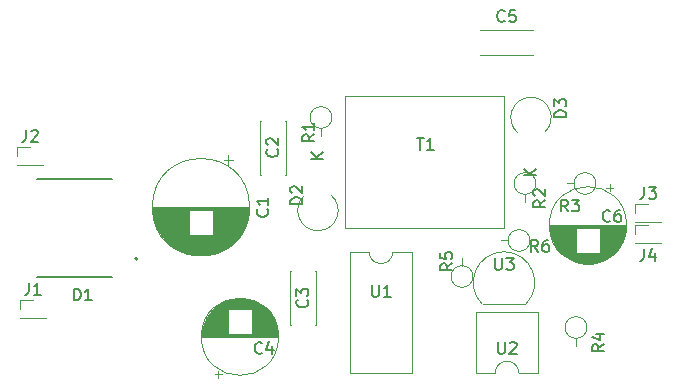
<source format=gbr>
%TF.GenerationSoftware,KiCad,Pcbnew,(5.1.8)-1*%
%TF.CreationDate,2024-02-23T19:10:09+03:00*%
%TF.ProjectId,Power Supply EE10-A1 DK106,506f7765-7220-4537-9570-706c79204545,rev?*%
%TF.SameCoordinates,Original*%
%TF.FileFunction,Legend,Top*%
%TF.FilePolarity,Positive*%
%FSLAX46Y46*%
G04 Gerber Fmt 4.6, Leading zero omitted, Abs format (unit mm)*
G04 Created by KiCad (PCBNEW (5.1.8)-1) date 2024-02-23 19:10:09*
%MOMM*%
%LPD*%
G01*
G04 APERTURE LIST*
%ADD10C,0.120000*%
%ADD11C,0.127000*%
%ADD12C,0.200000*%
%ADD13C,0.150000*%
G04 APERTURE END LIST*
D10*
%TO.C,C5*%
X70302000Y-12485000D02*
X70302000Y-12500000D01*
X70302000Y-10360000D02*
X70302000Y-10375000D01*
X65762000Y-12485000D02*
X65762000Y-12500000D01*
X65762000Y-10360000D02*
X65762000Y-10375000D01*
X65762000Y-12500000D02*
X70302000Y-12500000D01*
X65762000Y-10360000D02*
X70302000Y-10360000D01*
%TO.C,R1*%
X53244000Y-17780000D02*
G75*
G03*
X53244000Y-17780000I-920000J0D01*
G01*
X52324000Y-18700000D02*
X52324000Y-19320000D01*
%TO.C,R2*%
X70516000Y-23368000D02*
G75*
G03*
X70516000Y-23368000I-920000J0D01*
G01*
X69596000Y-24288000D02*
X69596000Y-24908000D01*
%TO.C,R4*%
X74834000Y-35560000D02*
G75*
G03*
X74834000Y-35560000I-920000J0D01*
G01*
X73914000Y-36480000D02*
X73914000Y-37100000D01*
%TO.C,J4*%
X78900000Y-28446000D02*
X81120000Y-28446000D01*
X78900000Y-28446000D02*
X78900000Y-28381000D01*
X81120000Y-28446000D02*
X81120000Y-28381000D01*
X78900000Y-28446000D02*
X79446529Y-28446000D01*
X80573471Y-28446000D02*
X81120000Y-28446000D01*
X78900000Y-27686000D02*
X78900000Y-26926000D01*
X78900000Y-26926000D02*
X80010000Y-26926000D01*
%TO.C,J3*%
X78900000Y-26668000D02*
X81120000Y-26668000D01*
X78900000Y-26668000D02*
X78900000Y-26603000D01*
X81120000Y-26668000D02*
X81120000Y-26603000D01*
X78900000Y-26668000D02*
X79446529Y-26668000D01*
X80573471Y-26668000D02*
X81120000Y-26668000D01*
X78900000Y-25908000D02*
X78900000Y-25148000D01*
X78900000Y-25148000D02*
X80010000Y-25148000D01*
%TO.C,J2*%
X26576000Y-21842000D02*
X28796000Y-21842000D01*
X26576000Y-21842000D02*
X26576000Y-21777000D01*
X28796000Y-21842000D02*
X28796000Y-21777000D01*
X26576000Y-21842000D02*
X27122529Y-21842000D01*
X28249471Y-21842000D02*
X28796000Y-21842000D01*
X26576000Y-21082000D02*
X26576000Y-20322000D01*
X26576000Y-20322000D02*
X27686000Y-20322000D01*
%TO.C,J1*%
X26830000Y-34796000D02*
X29050000Y-34796000D01*
X26830000Y-34796000D02*
X26830000Y-34731000D01*
X29050000Y-34796000D02*
X29050000Y-34731000D01*
X26830000Y-34796000D02*
X27376529Y-34796000D01*
X28503471Y-34796000D02*
X29050000Y-34796000D01*
X26830000Y-34036000D02*
X26830000Y-33276000D01*
X26830000Y-33276000D02*
X27940000Y-33276000D01*
%TO.C,D2*%
X50902634Y-24402449D02*
G75*
G03*
X53170000Y-24342847I1167366J-1251551D01*
G01*
%TO.C,C2*%
X47190000Y-22630000D02*
X47190000Y-18090000D01*
X49330000Y-22630000D02*
X49330000Y-18090000D01*
X47190000Y-22630000D02*
X47205000Y-22630000D01*
X49315000Y-22630000D02*
X49330000Y-22630000D01*
X47190000Y-18090000D02*
X47205000Y-18090000D01*
X49315000Y-18090000D02*
X49330000Y-18090000D01*
%TO.C,C3*%
X49730000Y-35330000D02*
X49730000Y-30790000D01*
X51870000Y-35330000D02*
X51870000Y-30790000D01*
X49730000Y-35330000D02*
X49745000Y-35330000D01*
X51855000Y-35330000D02*
X51870000Y-35330000D01*
X49730000Y-30790000D02*
X49745000Y-30790000D01*
X51855000Y-30790000D02*
X51870000Y-30790000D01*
%TO.C,R3*%
X75596000Y-23368000D02*
G75*
G03*
X75596000Y-23368000I-920000J0D01*
G01*
X73756000Y-23368000D02*
X73136000Y-23368000D01*
%TO.C,U3*%
X66018000Y-33600000D02*
X69618000Y-33600000D01*
X69656478Y-33588478D02*
G75*
G03*
X67818000Y-29150000I-1838478J1838478D01*
G01*
X65979522Y-33588478D02*
G75*
G02*
X67818000Y-29150000I1838478J1838478D01*
G01*
%TO.C,R6*%
X68168000Y-28194000D02*
X67548000Y-28194000D01*
X70008000Y-28194000D02*
G75*
G03*
X70008000Y-28194000I-920000J0D01*
G01*
%TO.C,R5*%
X64262000Y-30322000D02*
X64262000Y-29702000D01*
X65182000Y-31242000D02*
G75*
G03*
X65182000Y-31242000I-920000J0D01*
G01*
%TO.C,D3*%
X71271366Y-19031551D02*
G75*
G03*
X69004000Y-19091153I-1167366J1251551D01*
G01*
%TO.C,C4*%
X48736000Y-36342000D02*
G75*
G03*
X48736000Y-36342000I-3270000J0D01*
G01*
X42236000Y-36342000D02*
X48696000Y-36342000D01*
X42236000Y-36302000D02*
X48696000Y-36302000D01*
X42236000Y-36262000D02*
X48696000Y-36262000D01*
X42238000Y-36222000D02*
X48694000Y-36222000D01*
X42239000Y-36182000D02*
X48693000Y-36182000D01*
X42242000Y-36142000D02*
X48690000Y-36142000D01*
X42244000Y-36102000D02*
X44426000Y-36102000D01*
X46506000Y-36102000D02*
X48688000Y-36102000D01*
X42248000Y-36062000D02*
X44426000Y-36062000D01*
X46506000Y-36062000D02*
X48684000Y-36062000D01*
X42251000Y-36022000D02*
X44426000Y-36022000D01*
X46506000Y-36022000D02*
X48681000Y-36022000D01*
X42255000Y-35982000D02*
X44426000Y-35982000D01*
X46506000Y-35982000D02*
X48677000Y-35982000D01*
X42260000Y-35942000D02*
X44426000Y-35942000D01*
X46506000Y-35942000D02*
X48672000Y-35942000D01*
X42265000Y-35902000D02*
X44426000Y-35902000D01*
X46506000Y-35902000D02*
X48667000Y-35902000D01*
X42271000Y-35862000D02*
X44426000Y-35862000D01*
X46506000Y-35862000D02*
X48661000Y-35862000D01*
X42277000Y-35822000D02*
X44426000Y-35822000D01*
X46506000Y-35822000D02*
X48655000Y-35822000D01*
X42284000Y-35782000D02*
X44426000Y-35782000D01*
X46506000Y-35782000D02*
X48648000Y-35782000D01*
X42291000Y-35742000D02*
X44426000Y-35742000D01*
X46506000Y-35742000D02*
X48641000Y-35742000D01*
X42299000Y-35702000D02*
X44426000Y-35702000D01*
X46506000Y-35702000D02*
X48633000Y-35702000D01*
X42307000Y-35662000D02*
X44426000Y-35662000D01*
X46506000Y-35662000D02*
X48625000Y-35662000D01*
X42316000Y-35621000D02*
X44426000Y-35621000D01*
X46506000Y-35621000D02*
X48616000Y-35621000D01*
X42325000Y-35581000D02*
X44426000Y-35581000D01*
X46506000Y-35581000D02*
X48607000Y-35581000D01*
X42335000Y-35541000D02*
X44426000Y-35541000D01*
X46506000Y-35541000D02*
X48597000Y-35541000D01*
X42345000Y-35501000D02*
X44426000Y-35501000D01*
X46506000Y-35501000D02*
X48587000Y-35501000D01*
X42356000Y-35461000D02*
X44426000Y-35461000D01*
X46506000Y-35461000D02*
X48576000Y-35461000D01*
X42368000Y-35421000D02*
X44426000Y-35421000D01*
X46506000Y-35421000D02*
X48564000Y-35421000D01*
X42380000Y-35381000D02*
X44426000Y-35381000D01*
X46506000Y-35381000D02*
X48552000Y-35381000D01*
X42392000Y-35341000D02*
X44426000Y-35341000D01*
X46506000Y-35341000D02*
X48540000Y-35341000D01*
X42405000Y-35301000D02*
X44426000Y-35301000D01*
X46506000Y-35301000D02*
X48527000Y-35301000D01*
X42419000Y-35261000D02*
X44426000Y-35261000D01*
X46506000Y-35261000D02*
X48513000Y-35261000D01*
X42433000Y-35221000D02*
X44426000Y-35221000D01*
X46506000Y-35221000D02*
X48499000Y-35221000D01*
X42448000Y-35181000D02*
X44426000Y-35181000D01*
X46506000Y-35181000D02*
X48484000Y-35181000D01*
X42464000Y-35141000D02*
X44426000Y-35141000D01*
X46506000Y-35141000D02*
X48468000Y-35141000D01*
X42480000Y-35101000D02*
X44426000Y-35101000D01*
X46506000Y-35101000D02*
X48452000Y-35101000D01*
X42496000Y-35061000D02*
X44426000Y-35061000D01*
X46506000Y-35061000D02*
X48436000Y-35061000D01*
X42514000Y-35021000D02*
X44426000Y-35021000D01*
X46506000Y-35021000D02*
X48418000Y-35021000D01*
X42532000Y-34981000D02*
X44426000Y-34981000D01*
X46506000Y-34981000D02*
X48400000Y-34981000D01*
X42550000Y-34941000D02*
X44426000Y-34941000D01*
X46506000Y-34941000D02*
X48382000Y-34941000D01*
X42570000Y-34901000D02*
X44426000Y-34901000D01*
X46506000Y-34901000D02*
X48362000Y-34901000D01*
X42590000Y-34861000D02*
X44426000Y-34861000D01*
X46506000Y-34861000D02*
X48342000Y-34861000D01*
X42610000Y-34821000D02*
X44426000Y-34821000D01*
X46506000Y-34821000D02*
X48322000Y-34821000D01*
X42632000Y-34781000D02*
X44426000Y-34781000D01*
X46506000Y-34781000D02*
X48300000Y-34781000D01*
X42654000Y-34741000D02*
X44426000Y-34741000D01*
X46506000Y-34741000D02*
X48278000Y-34741000D01*
X42676000Y-34701000D02*
X44426000Y-34701000D01*
X46506000Y-34701000D02*
X48256000Y-34701000D01*
X42700000Y-34661000D02*
X44426000Y-34661000D01*
X46506000Y-34661000D02*
X48232000Y-34661000D01*
X42724000Y-34621000D02*
X44426000Y-34621000D01*
X46506000Y-34621000D02*
X48208000Y-34621000D01*
X42750000Y-34581000D02*
X44426000Y-34581000D01*
X46506000Y-34581000D02*
X48182000Y-34581000D01*
X42776000Y-34541000D02*
X44426000Y-34541000D01*
X46506000Y-34541000D02*
X48156000Y-34541000D01*
X42802000Y-34501000D02*
X44426000Y-34501000D01*
X46506000Y-34501000D02*
X48130000Y-34501000D01*
X42830000Y-34461000D02*
X44426000Y-34461000D01*
X46506000Y-34461000D02*
X48102000Y-34461000D01*
X42859000Y-34421000D02*
X44426000Y-34421000D01*
X46506000Y-34421000D02*
X48073000Y-34421000D01*
X42888000Y-34381000D02*
X44426000Y-34381000D01*
X46506000Y-34381000D02*
X48044000Y-34381000D01*
X42918000Y-34341000D02*
X44426000Y-34341000D01*
X46506000Y-34341000D02*
X48014000Y-34341000D01*
X42950000Y-34301000D02*
X44426000Y-34301000D01*
X46506000Y-34301000D02*
X47982000Y-34301000D01*
X42982000Y-34261000D02*
X44426000Y-34261000D01*
X46506000Y-34261000D02*
X47950000Y-34261000D01*
X43016000Y-34221000D02*
X44426000Y-34221000D01*
X46506000Y-34221000D02*
X47916000Y-34221000D01*
X43050000Y-34181000D02*
X44426000Y-34181000D01*
X46506000Y-34181000D02*
X47882000Y-34181000D01*
X43086000Y-34141000D02*
X44426000Y-34141000D01*
X46506000Y-34141000D02*
X47846000Y-34141000D01*
X43123000Y-34101000D02*
X44426000Y-34101000D01*
X46506000Y-34101000D02*
X47809000Y-34101000D01*
X43161000Y-34061000D02*
X44426000Y-34061000D01*
X46506000Y-34061000D02*
X47771000Y-34061000D01*
X43201000Y-34021000D02*
X47731000Y-34021000D01*
X43242000Y-33981000D02*
X47690000Y-33981000D01*
X43284000Y-33941000D02*
X47648000Y-33941000D01*
X43329000Y-33901000D02*
X47603000Y-33901000D01*
X43374000Y-33861000D02*
X47558000Y-33861000D01*
X43422000Y-33821000D02*
X47510000Y-33821000D01*
X43471000Y-33781000D02*
X47461000Y-33781000D01*
X43522000Y-33741000D02*
X47410000Y-33741000D01*
X43576000Y-33701000D02*
X47356000Y-33701000D01*
X43632000Y-33661000D02*
X47300000Y-33661000D01*
X43690000Y-33621000D02*
X47242000Y-33621000D01*
X43752000Y-33581000D02*
X47180000Y-33581000D01*
X43816000Y-33541000D02*
X47116000Y-33541000D01*
X43885000Y-33501000D02*
X47047000Y-33501000D01*
X43957000Y-33461000D02*
X46975000Y-33461000D01*
X44034000Y-33421000D02*
X46898000Y-33421000D01*
X44116000Y-33381000D02*
X46816000Y-33381000D01*
X44204000Y-33341000D02*
X46728000Y-33341000D01*
X44301000Y-33301000D02*
X46631000Y-33301000D01*
X44407000Y-33261000D02*
X46525000Y-33261000D01*
X44526000Y-33221000D02*
X46406000Y-33221000D01*
X44664000Y-33181000D02*
X46268000Y-33181000D01*
X44833000Y-33141000D02*
X46099000Y-33141000D01*
X45064000Y-33101000D02*
X45868000Y-33101000D01*
X43627000Y-39842241D02*
X43627000Y-39212241D01*
X43312000Y-39527241D02*
X43942000Y-39527241D01*
%TO.C,C6*%
X78200000Y-26904000D02*
G75*
G03*
X78200000Y-26904000I-3270000J0D01*
G01*
X78160000Y-26904000D02*
X71700000Y-26904000D01*
X78160000Y-26944000D02*
X71700000Y-26944000D01*
X78160000Y-26984000D02*
X71700000Y-26984000D01*
X78158000Y-27024000D02*
X71702000Y-27024000D01*
X78157000Y-27064000D02*
X71703000Y-27064000D01*
X78154000Y-27104000D02*
X71706000Y-27104000D01*
X78152000Y-27144000D02*
X75970000Y-27144000D01*
X73890000Y-27144000D02*
X71708000Y-27144000D01*
X78148000Y-27184000D02*
X75970000Y-27184000D01*
X73890000Y-27184000D02*
X71712000Y-27184000D01*
X78145000Y-27224000D02*
X75970000Y-27224000D01*
X73890000Y-27224000D02*
X71715000Y-27224000D01*
X78141000Y-27264000D02*
X75970000Y-27264000D01*
X73890000Y-27264000D02*
X71719000Y-27264000D01*
X78136000Y-27304000D02*
X75970000Y-27304000D01*
X73890000Y-27304000D02*
X71724000Y-27304000D01*
X78131000Y-27344000D02*
X75970000Y-27344000D01*
X73890000Y-27344000D02*
X71729000Y-27344000D01*
X78125000Y-27384000D02*
X75970000Y-27384000D01*
X73890000Y-27384000D02*
X71735000Y-27384000D01*
X78119000Y-27424000D02*
X75970000Y-27424000D01*
X73890000Y-27424000D02*
X71741000Y-27424000D01*
X78112000Y-27464000D02*
X75970000Y-27464000D01*
X73890000Y-27464000D02*
X71748000Y-27464000D01*
X78105000Y-27504000D02*
X75970000Y-27504000D01*
X73890000Y-27504000D02*
X71755000Y-27504000D01*
X78097000Y-27544000D02*
X75970000Y-27544000D01*
X73890000Y-27544000D02*
X71763000Y-27544000D01*
X78089000Y-27584000D02*
X75970000Y-27584000D01*
X73890000Y-27584000D02*
X71771000Y-27584000D01*
X78080000Y-27625000D02*
X75970000Y-27625000D01*
X73890000Y-27625000D02*
X71780000Y-27625000D01*
X78071000Y-27665000D02*
X75970000Y-27665000D01*
X73890000Y-27665000D02*
X71789000Y-27665000D01*
X78061000Y-27705000D02*
X75970000Y-27705000D01*
X73890000Y-27705000D02*
X71799000Y-27705000D01*
X78051000Y-27745000D02*
X75970000Y-27745000D01*
X73890000Y-27745000D02*
X71809000Y-27745000D01*
X78040000Y-27785000D02*
X75970000Y-27785000D01*
X73890000Y-27785000D02*
X71820000Y-27785000D01*
X78028000Y-27825000D02*
X75970000Y-27825000D01*
X73890000Y-27825000D02*
X71832000Y-27825000D01*
X78016000Y-27865000D02*
X75970000Y-27865000D01*
X73890000Y-27865000D02*
X71844000Y-27865000D01*
X78004000Y-27905000D02*
X75970000Y-27905000D01*
X73890000Y-27905000D02*
X71856000Y-27905000D01*
X77991000Y-27945000D02*
X75970000Y-27945000D01*
X73890000Y-27945000D02*
X71869000Y-27945000D01*
X77977000Y-27985000D02*
X75970000Y-27985000D01*
X73890000Y-27985000D02*
X71883000Y-27985000D01*
X77963000Y-28025000D02*
X75970000Y-28025000D01*
X73890000Y-28025000D02*
X71897000Y-28025000D01*
X77948000Y-28065000D02*
X75970000Y-28065000D01*
X73890000Y-28065000D02*
X71912000Y-28065000D01*
X77932000Y-28105000D02*
X75970000Y-28105000D01*
X73890000Y-28105000D02*
X71928000Y-28105000D01*
X77916000Y-28145000D02*
X75970000Y-28145000D01*
X73890000Y-28145000D02*
X71944000Y-28145000D01*
X77900000Y-28185000D02*
X75970000Y-28185000D01*
X73890000Y-28185000D02*
X71960000Y-28185000D01*
X77882000Y-28225000D02*
X75970000Y-28225000D01*
X73890000Y-28225000D02*
X71978000Y-28225000D01*
X77864000Y-28265000D02*
X75970000Y-28265000D01*
X73890000Y-28265000D02*
X71996000Y-28265000D01*
X77846000Y-28305000D02*
X75970000Y-28305000D01*
X73890000Y-28305000D02*
X72014000Y-28305000D01*
X77826000Y-28345000D02*
X75970000Y-28345000D01*
X73890000Y-28345000D02*
X72034000Y-28345000D01*
X77806000Y-28385000D02*
X75970000Y-28385000D01*
X73890000Y-28385000D02*
X72054000Y-28385000D01*
X77786000Y-28425000D02*
X75970000Y-28425000D01*
X73890000Y-28425000D02*
X72074000Y-28425000D01*
X77764000Y-28465000D02*
X75970000Y-28465000D01*
X73890000Y-28465000D02*
X72096000Y-28465000D01*
X77742000Y-28505000D02*
X75970000Y-28505000D01*
X73890000Y-28505000D02*
X72118000Y-28505000D01*
X77720000Y-28545000D02*
X75970000Y-28545000D01*
X73890000Y-28545000D02*
X72140000Y-28545000D01*
X77696000Y-28585000D02*
X75970000Y-28585000D01*
X73890000Y-28585000D02*
X72164000Y-28585000D01*
X77672000Y-28625000D02*
X75970000Y-28625000D01*
X73890000Y-28625000D02*
X72188000Y-28625000D01*
X77646000Y-28665000D02*
X75970000Y-28665000D01*
X73890000Y-28665000D02*
X72214000Y-28665000D01*
X77620000Y-28705000D02*
X75970000Y-28705000D01*
X73890000Y-28705000D02*
X72240000Y-28705000D01*
X77594000Y-28745000D02*
X75970000Y-28745000D01*
X73890000Y-28745000D02*
X72266000Y-28745000D01*
X77566000Y-28785000D02*
X75970000Y-28785000D01*
X73890000Y-28785000D02*
X72294000Y-28785000D01*
X77537000Y-28825000D02*
X75970000Y-28825000D01*
X73890000Y-28825000D02*
X72323000Y-28825000D01*
X77508000Y-28865000D02*
X75970000Y-28865000D01*
X73890000Y-28865000D02*
X72352000Y-28865000D01*
X77478000Y-28905000D02*
X75970000Y-28905000D01*
X73890000Y-28905000D02*
X72382000Y-28905000D01*
X77446000Y-28945000D02*
X75970000Y-28945000D01*
X73890000Y-28945000D02*
X72414000Y-28945000D01*
X77414000Y-28985000D02*
X75970000Y-28985000D01*
X73890000Y-28985000D02*
X72446000Y-28985000D01*
X77380000Y-29025000D02*
X75970000Y-29025000D01*
X73890000Y-29025000D02*
X72480000Y-29025000D01*
X77346000Y-29065000D02*
X75970000Y-29065000D01*
X73890000Y-29065000D02*
X72514000Y-29065000D01*
X77310000Y-29105000D02*
X75970000Y-29105000D01*
X73890000Y-29105000D02*
X72550000Y-29105000D01*
X77273000Y-29145000D02*
X75970000Y-29145000D01*
X73890000Y-29145000D02*
X72587000Y-29145000D01*
X77235000Y-29185000D02*
X75970000Y-29185000D01*
X73890000Y-29185000D02*
X72625000Y-29185000D01*
X77195000Y-29225000D02*
X72665000Y-29225000D01*
X77154000Y-29265000D02*
X72706000Y-29265000D01*
X77112000Y-29305000D02*
X72748000Y-29305000D01*
X77067000Y-29345000D02*
X72793000Y-29345000D01*
X77022000Y-29385000D02*
X72838000Y-29385000D01*
X76974000Y-29425000D02*
X72886000Y-29425000D01*
X76925000Y-29465000D02*
X72935000Y-29465000D01*
X76874000Y-29505000D02*
X72986000Y-29505000D01*
X76820000Y-29545000D02*
X73040000Y-29545000D01*
X76764000Y-29585000D02*
X73096000Y-29585000D01*
X76706000Y-29625000D02*
X73154000Y-29625000D01*
X76644000Y-29665000D02*
X73216000Y-29665000D01*
X76580000Y-29705000D02*
X73280000Y-29705000D01*
X76511000Y-29745000D02*
X73349000Y-29745000D01*
X76439000Y-29785000D02*
X73421000Y-29785000D01*
X76362000Y-29825000D02*
X73498000Y-29825000D01*
X76280000Y-29865000D02*
X73580000Y-29865000D01*
X76192000Y-29905000D02*
X73668000Y-29905000D01*
X76095000Y-29945000D02*
X73765000Y-29945000D01*
X75989000Y-29985000D02*
X73871000Y-29985000D01*
X75870000Y-30025000D02*
X73990000Y-30025000D01*
X75732000Y-30065000D02*
X74128000Y-30065000D01*
X75563000Y-30105000D02*
X74297000Y-30105000D01*
X75332000Y-30145000D02*
X74528000Y-30145000D01*
X76769000Y-23403759D02*
X76769000Y-24033759D01*
X77084000Y-23718759D02*
X76454000Y-23718759D01*
%TO.C,C1*%
X44879000Y-21370302D02*
X44079000Y-21370302D01*
X44479000Y-20970302D02*
X44479000Y-21770302D01*
X42697000Y-29461000D02*
X41631000Y-29461000D01*
X42932000Y-29421000D02*
X41396000Y-29421000D01*
X43112000Y-29381000D02*
X41216000Y-29381000D01*
X43262000Y-29341000D02*
X41066000Y-29341000D01*
X43393000Y-29301000D02*
X40935000Y-29301000D01*
X43510000Y-29261000D02*
X40818000Y-29261000D01*
X43617000Y-29221000D02*
X40711000Y-29221000D01*
X43716000Y-29181000D02*
X40612000Y-29181000D01*
X43809000Y-29141000D02*
X40519000Y-29141000D01*
X43895000Y-29101000D02*
X40433000Y-29101000D01*
X43977000Y-29061000D02*
X40351000Y-29061000D01*
X44054000Y-29021000D02*
X40274000Y-29021000D01*
X44128000Y-28981000D02*
X40200000Y-28981000D01*
X44198000Y-28941000D02*
X40130000Y-28941000D01*
X44266000Y-28901000D02*
X40062000Y-28901000D01*
X44330000Y-28861000D02*
X39998000Y-28861000D01*
X44392000Y-28821000D02*
X39936000Y-28821000D01*
X44451000Y-28781000D02*
X39877000Y-28781000D01*
X44509000Y-28741000D02*
X39819000Y-28741000D01*
X44564000Y-28701000D02*
X39764000Y-28701000D01*
X44618000Y-28661000D02*
X39710000Y-28661000D01*
X44669000Y-28621000D02*
X39659000Y-28621000D01*
X44720000Y-28581000D02*
X39608000Y-28581000D01*
X44768000Y-28541000D02*
X39560000Y-28541000D01*
X44815000Y-28501000D02*
X39513000Y-28501000D01*
X44861000Y-28461000D02*
X39467000Y-28461000D01*
X44905000Y-28421000D02*
X39423000Y-28421000D01*
X44948000Y-28381000D02*
X39380000Y-28381000D01*
X44990000Y-28341000D02*
X39338000Y-28341000D01*
X45031000Y-28301000D02*
X39297000Y-28301000D01*
X45071000Y-28261000D02*
X39257000Y-28261000D01*
X45109000Y-28221000D02*
X39219000Y-28221000D01*
X45147000Y-28181000D02*
X39181000Y-28181000D01*
X45183000Y-28141000D02*
X39145000Y-28141000D01*
X45219000Y-28101000D02*
X39109000Y-28101000D01*
X45254000Y-28061000D02*
X39074000Y-28061000D01*
X45288000Y-28021000D02*
X39040000Y-28021000D01*
X45320000Y-27981000D02*
X39008000Y-27981000D01*
X45353000Y-27941000D02*
X38975000Y-27941000D01*
X45384000Y-27901000D02*
X38944000Y-27901000D01*
X45414000Y-27861000D02*
X38914000Y-27861000D01*
X45444000Y-27821000D02*
X38884000Y-27821000D01*
X45473000Y-27781000D02*
X38855000Y-27781000D01*
X45502000Y-27741000D02*
X38826000Y-27741000D01*
X45529000Y-27701000D02*
X38799000Y-27701000D01*
X41124000Y-27661000D02*
X38772000Y-27661000D01*
X45556000Y-27661000D02*
X43204000Y-27661000D01*
X41124000Y-27621000D02*
X38746000Y-27621000D01*
X45582000Y-27621000D02*
X43204000Y-27621000D01*
X41124000Y-27581000D02*
X38720000Y-27581000D01*
X45608000Y-27581000D02*
X43204000Y-27581000D01*
X41124000Y-27541000D02*
X38695000Y-27541000D01*
X45633000Y-27541000D02*
X43204000Y-27541000D01*
X41124000Y-27501000D02*
X38671000Y-27501000D01*
X45657000Y-27501000D02*
X43204000Y-27501000D01*
X41124000Y-27461000D02*
X38647000Y-27461000D01*
X45681000Y-27461000D02*
X43204000Y-27461000D01*
X41124000Y-27421000D02*
X38624000Y-27421000D01*
X45704000Y-27421000D02*
X43204000Y-27421000D01*
X41124000Y-27381000D02*
X38602000Y-27381000D01*
X45726000Y-27381000D02*
X43204000Y-27381000D01*
X41124000Y-27341000D02*
X38580000Y-27341000D01*
X45748000Y-27341000D02*
X43204000Y-27341000D01*
X41124000Y-27301000D02*
X38558000Y-27301000D01*
X45770000Y-27301000D02*
X43204000Y-27301000D01*
X41124000Y-27261000D02*
X38537000Y-27261000D01*
X45791000Y-27261000D02*
X43204000Y-27261000D01*
X41124000Y-27221000D02*
X38517000Y-27221000D01*
X45811000Y-27221000D02*
X43204000Y-27221000D01*
X41124000Y-27181000D02*
X38498000Y-27181000D01*
X45830000Y-27181000D02*
X43204000Y-27181000D01*
X41124000Y-27141000D02*
X38478000Y-27141000D01*
X45850000Y-27141000D02*
X43204000Y-27141000D01*
X41124000Y-27101000D02*
X38460000Y-27101000D01*
X45868000Y-27101000D02*
X43204000Y-27101000D01*
X41124000Y-27061000D02*
X38442000Y-27061000D01*
X45886000Y-27061000D02*
X43204000Y-27061000D01*
X41124000Y-27021000D02*
X38424000Y-27021000D01*
X45904000Y-27021000D02*
X43204000Y-27021000D01*
X41124000Y-26981000D02*
X38407000Y-26981000D01*
X45921000Y-26981000D02*
X43204000Y-26981000D01*
X41124000Y-26941000D02*
X38390000Y-26941000D01*
X45938000Y-26941000D02*
X43204000Y-26941000D01*
X41124000Y-26901000D02*
X38374000Y-26901000D01*
X45954000Y-26901000D02*
X43204000Y-26901000D01*
X41124000Y-26861000D02*
X38359000Y-26861000D01*
X45969000Y-26861000D02*
X43204000Y-26861000D01*
X41124000Y-26821000D02*
X38343000Y-26821000D01*
X45985000Y-26821000D02*
X43204000Y-26821000D01*
X41124000Y-26781000D02*
X38329000Y-26781000D01*
X45999000Y-26781000D02*
X43204000Y-26781000D01*
X41124000Y-26741000D02*
X38314000Y-26741000D01*
X46014000Y-26741000D02*
X43204000Y-26741000D01*
X41124000Y-26701000D02*
X38301000Y-26701000D01*
X46027000Y-26701000D02*
X43204000Y-26701000D01*
X41124000Y-26661000D02*
X38287000Y-26661000D01*
X46041000Y-26661000D02*
X43204000Y-26661000D01*
X41124000Y-26621000D02*
X38275000Y-26621000D01*
X46053000Y-26621000D02*
X43204000Y-26621000D01*
X41124000Y-26581000D02*
X38262000Y-26581000D01*
X46066000Y-26581000D02*
X43204000Y-26581000D01*
X41124000Y-26541000D02*
X38250000Y-26541000D01*
X46078000Y-26541000D02*
X43204000Y-26541000D01*
X41124000Y-26501000D02*
X38239000Y-26501000D01*
X46089000Y-26501000D02*
X43204000Y-26501000D01*
X41124000Y-26461000D02*
X38228000Y-26461000D01*
X46100000Y-26461000D02*
X43204000Y-26461000D01*
X41124000Y-26421000D02*
X38217000Y-26421000D01*
X46111000Y-26421000D02*
X43204000Y-26421000D01*
X41124000Y-26381000D02*
X38207000Y-26381000D01*
X46121000Y-26381000D02*
X43204000Y-26381000D01*
X41124000Y-26341000D02*
X38197000Y-26341000D01*
X46131000Y-26341000D02*
X43204000Y-26341000D01*
X41124000Y-26301000D02*
X38188000Y-26301000D01*
X46140000Y-26301000D02*
X43204000Y-26301000D01*
X41124000Y-26261000D02*
X38179000Y-26261000D01*
X46149000Y-26261000D02*
X43204000Y-26261000D01*
X41124000Y-26221000D02*
X38170000Y-26221000D01*
X46158000Y-26221000D02*
X43204000Y-26221000D01*
X41124000Y-26181000D02*
X38162000Y-26181000D01*
X46166000Y-26181000D02*
X43204000Y-26181000D01*
X41124000Y-26141000D02*
X38154000Y-26141000D01*
X46174000Y-26141000D02*
X43204000Y-26141000D01*
X41124000Y-26101000D02*
X38147000Y-26101000D01*
X46181000Y-26101000D02*
X43204000Y-26101000D01*
X41124000Y-26060000D02*
X38140000Y-26060000D01*
X46188000Y-26060000D02*
X43204000Y-26060000D01*
X41124000Y-26020000D02*
X38134000Y-26020000D01*
X46194000Y-26020000D02*
X43204000Y-26020000D01*
X41124000Y-25980000D02*
X38127000Y-25980000D01*
X46201000Y-25980000D02*
X43204000Y-25980000D01*
X41124000Y-25940000D02*
X38122000Y-25940000D01*
X46206000Y-25940000D02*
X43204000Y-25940000D01*
X41124000Y-25900000D02*
X38116000Y-25900000D01*
X46212000Y-25900000D02*
X43204000Y-25900000D01*
X41124000Y-25860000D02*
X38112000Y-25860000D01*
X46216000Y-25860000D02*
X43204000Y-25860000D01*
X41124000Y-25820000D02*
X38107000Y-25820000D01*
X46221000Y-25820000D02*
X43204000Y-25820000D01*
X41124000Y-25780000D02*
X38103000Y-25780000D01*
X46225000Y-25780000D02*
X43204000Y-25780000D01*
X41124000Y-25740000D02*
X38099000Y-25740000D01*
X46229000Y-25740000D02*
X43204000Y-25740000D01*
X41124000Y-25700000D02*
X38096000Y-25700000D01*
X46232000Y-25700000D02*
X43204000Y-25700000D01*
X41124000Y-25660000D02*
X38093000Y-25660000D01*
X46235000Y-25660000D02*
X43204000Y-25660000D01*
X41124000Y-25620000D02*
X38090000Y-25620000D01*
X46238000Y-25620000D02*
X43204000Y-25620000D01*
X46240000Y-25580000D02*
X38088000Y-25580000D01*
X46241000Y-25540000D02*
X38087000Y-25540000D01*
X46243000Y-25500000D02*
X38085000Y-25500000D01*
X46244000Y-25460000D02*
X38084000Y-25460000D01*
X46244000Y-25420000D02*
X38084000Y-25420000D01*
X46244000Y-25380000D02*
X38084000Y-25380000D01*
X46284000Y-25380000D02*
G75*
G03*
X46284000Y-25380000I-4120000J0D01*
G01*
%TO.C,T1*%
X54356000Y-16002000D02*
X54356000Y-27178000D01*
X54356000Y-16002000D02*
X67818000Y-16002000D01*
X67818000Y-16002000D02*
X67818000Y-27178000D01*
X67818000Y-27178000D02*
X54356000Y-27178000D01*
D11*
%TO.C,D1*%
X34671000Y-23028000D02*
X28321000Y-23028000D01*
X34671000Y-31328000D02*
X28321000Y-31328000D01*
D12*
X36791000Y-29728000D02*
G75*
G03*
X36791000Y-29728000I-100000J0D01*
G01*
D10*
%TO.C,U2*%
X69072000Y-39430000D02*
X70722000Y-39430000D01*
X70722000Y-39430000D02*
X70722000Y-34230000D01*
X70722000Y-34230000D02*
X65422000Y-34230000D01*
X65422000Y-34230000D02*
X65422000Y-39430000D01*
X65422000Y-39430000D02*
X67072000Y-39430000D01*
X67072000Y-39430000D02*
G75*
G02*
X69072000Y-39430000I1000000J0D01*
G01*
%TO.C,U1*%
X56404000Y-29150000D02*
X54754000Y-29150000D01*
X54754000Y-29150000D02*
X54754000Y-39430000D01*
X54754000Y-39430000D02*
X60054000Y-39430000D01*
X60054000Y-39430000D02*
X60054000Y-29150000D01*
X60054000Y-29150000D02*
X58404000Y-29150000D01*
X58404000Y-29150000D02*
G75*
G02*
X56404000Y-29150000I-1000000J0D01*
G01*
%TO.C,C5*%
D13*
X67865333Y-9587142D02*
X67817714Y-9634761D01*
X67674857Y-9682380D01*
X67579619Y-9682380D01*
X67436761Y-9634761D01*
X67341523Y-9539523D01*
X67293904Y-9444285D01*
X67246285Y-9253809D01*
X67246285Y-9110952D01*
X67293904Y-8920476D01*
X67341523Y-8825238D01*
X67436761Y-8730000D01*
X67579619Y-8682380D01*
X67674857Y-8682380D01*
X67817714Y-8730000D01*
X67865333Y-8777619D01*
X68770095Y-8682380D02*
X68293904Y-8682380D01*
X68246285Y-9158571D01*
X68293904Y-9110952D01*
X68389142Y-9063333D01*
X68627238Y-9063333D01*
X68722476Y-9110952D01*
X68770095Y-9158571D01*
X68817714Y-9253809D01*
X68817714Y-9491904D01*
X68770095Y-9587142D01*
X68722476Y-9634761D01*
X68627238Y-9682380D01*
X68389142Y-9682380D01*
X68293904Y-9634761D01*
X68246285Y-9587142D01*
%TO.C,R1*%
X51760380Y-19216666D02*
X51284190Y-19550000D01*
X51760380Y-19788095D02*
X50760380Y-19788095D01*
X50760380Y-19407142D01*
X50808000Y-19311904D01*
X50855619Y-19264285D01*
X50950857Y-19216666D01*
X51093714Y-19216666D01*
X51188952Y-19264285D01*
X51236571Y-19311904D01*
X51284190Y-19407142D01*
X51284190Y-19788095D01*
X51760380Y-18264285D02*
X51760380Y-18835714D01*
X51760380Y-18550000D02*
X50760380Y-18550000D01*
X50903238Y-18645238D01*
X50998476Y-18740476D01*
X51046095Y-18835714D01*
%TO.C,R2*%
X71318380Y-24804666D02*
X70842190Y-25138000D01*
X71318380Y-25376095D02*
X70318380Y-25376095D01*
X70318380Y-24995142D01*
X70366000Y-24899904D01*
X70413619Y-24852285D01*
X70508857Y-24804666D01*
X70651714Y-24804666D01*
X70746952Y-24852285D01*
X70794571Y-24899904D01*
X70842190Y-24995142D01*
X70842190Y-25376095D01*
X70413619Y-24423714D02*
X70366000Y-24376095D01*
X70318380Y-24280857D01*
X70318380Y-24042761D01*
X70366000Y-23947523D01*
X70413619Y-23899904D01*
X70508857Y-23852285D01*
X70604095Y-23852285D01*
X70746952Y-23899904D01*
X71318380Y-24471333D01*
X71318380Y-23852285D01*
%TO.C,R4*%
X76286380Y-36996666D02*
X75810190Y-37330000D01*
X76286380Y-37568095D02*
X75286380Y-37568095D01*
X75286380Y-37187142D01*
X75334000Y-37091904D01*
X75381619Y-37044285D01*
X75476857Y-36996666D01*
X75619714Y-36996666D01*
X75714952Y-37044285D01*
X75762571Y-37091904D01*
X75810190Y-37187142D01*
X75810190Y-37568095D01*
X75619714Y-36139523D02*
X76286380Y-36139523D01*
X75238761Y-36377619D02*
X75953047Y-36615714D01*
X75953047Y-35996666D01*
%TO.C,J4*%
X79676666Y-28916380D02*
X79676666Y-29630666D01*
X79629047Y-29773523D01*
X79533809Y-29868761D01*
X79390952Y-29916380D01*
X79295714Y-29916380D01*
X80581428Y-29249714D02*
X80581428Y-29916380D01*
X80343333Y-28868761D02*
X80105238Y-29583047D01*
X80724285Y-29583047D01*
%TO.C,J3*%
X79676666Y-23665380D02*
X79676666Y-24379666D01*
X79629047Y-24522523D01*
X79533809Y-24617761D01*
X79390952Y-24665380D01*
X79295714Y-24665380D01*
X80057619Y-23665380D02*
X80676666Y-23665380D01*
X80343333Y-24046333D01*
X80486190Y-24046333D01*
X80581428Y-24093952D01*
X80629047Y-24141571D01*
X80676666Y-24236809D01*
X80676666Y-24474904D01*
X80629047Y-24570142D01*
X80581428Y-24617761D01*
X80486190Y-24665380D01*
X80200476Y-24665380D01*
X80105238Y-24617761D01*
X80057619Y-24570142D01*
%TO.C,J2*%
X27352666Y-18839380D02*
X27352666Y-19553666D01*
X27305047Y-19696523D01*
X27209809Y-19791761D01*
X27066952Y-19839380D01*
X26971714Y-19839380D01*
X27781238Y-18934619D02*
X27828857Y-18887000D01*
X27924095Y-18839380D01*
X28162190Y-18839380D01*
X28257428Y-18887000D01*
X28305047Y-18934619D01*
X28352666Y-19029857D01*
X28352666Y-19125095D01*
X28305047Y-19267952D01*
X27733619Y-19839380D01*
X28352666Y-19839380D01*
%TO.C,J1*%
X27606666Y-31793380D02*
X27606666Y-32507666D01*
X27559047Y-32650523D01*
X27463809Y-32745761D01*
X27320952Y-32793380D01*
X27225714Y-32793380D01*
X28606666Y-32793380D02*
X28035238Y-32793380D01*
X28320952Y-32793380D02*
X28320952Y-31793380D01*
X28225714Y-31936238D01*
X28130476Y-32031476D01*
X28035238Y-32079095D01*
%TO.C,D2*%
X50744380Y-25122095D02*
X49744380Y-25122095D01*
X49744380Y-24884000D01*
X49792000Y-24741142D01*
X49887238Y-24645904D01*
X49982476Y-24598285D01*
X50172952Y-24550666D01*
X50315809Y-24550666D01*
X50506285Y-24598285D01*
X50601523Y-24645904D01*
X50696761Y-24741142D01*
X50744380Y-24884000D01*
X50744380Y-25122095D01*
X49839619Y-24169714D02*
X49792000Y-24122095D01*
X49744380Y-24026857D01*
X49744380Y-23788761D01*
X49792000Y-23693523D01*
X49839619Y-23645904D01*
X49934857Y-23598285D01*
X50030095Y-23598285D01*
X50172952Y-23645904D01*
X50744380Y-24217333D01*
X50744380Y-23598285D01*
X52522380Y-21275904D02*
X51522380Y-21275904D01*
X52522380Y-20704476D02*
X51950952Y-21133047D01*
X51522380Y-20704476D02*
X52093809Y-21275904D01*
%TO.C,C2*%
X48617142Y-20486666D02*
X48664761Y-20534285D01*
X48712380Y-20677142D01*
X48712380Y-20772380D01*
X48664761Y-20915238D01*
X48569523Y-21010476D01*
X48474285Y-21058095D01*
X48283809Y-21105714D01*
X48140952Y-21105714D01*
X47950476Y-21058095D01*
X47855238Y-21010476D01*
X47760000Y-20915238D01*
X47712380Y-20772380D01*
X47712380Y-20677142D01*
X47760000Y-20534285D01*
X47807619Y-20486666D01*
X47807619Y-20105714D02*
X47760000Y-20058095D01*
X47712380Y-19962857D01*
X47712380Y-19724761D01*
X47760000Y-19629523D01*
X47807619Y-19581904D01*
X47902857Y-19534285D01*
X47998095Y-19534285D01*
X48140952Y-19581904D01*
X48712380Y-20153333D01*
X48712380Y-19534285D01*
%TO.C,C3*%
X51157142Y-33226666D02*
X51204761Y-33274285D01*
X51252380Y-33417142D01*
X51252380Y-33512380D01*
X51204761Y-33655238D01*
X51109523Y-33750476D01*
X51014285Y-33798095D01*
X50823809Y-33845714D01*
X50680952Y-33845714D01*
X50490476Y-33798095D01*
X50395238Y-33750476D01*
X50300000Y-33655238D01*
X50252380Y-33512380D01*
X50252380Y-33417142D01*
X50300000Y-33274285D01*
X50347619Y-33226666D01*
X50252380Y-32893333D02*
X50252380Y-32274285D01*
X50633333Y-32607619D01*
X50633333Y-32464761D01*
X50680952Y-32369523D01*
X50728571Y-32321904D01*
X50823809Y-32274285D01*
X51061904Y-32274285D01*
X51157142Y-32321904D01*
X51204761Y-32369523D01*
X51252380Y-32464761D01*
X51252380Y-32750476D01*
X51204761Y-32845714D01*
X51157142Y-32893333D01*
%TO.C,R3*%
X73239333Y-25740380D02*
X72906000Y-25264190D01*
X72667904Y-25740380D02*
X72667904Y-24740380D01*
X73048857Y-24740380D01*
X73144095Y-24788000D01*
X73191714Y-24835619D01*
X73239333Y-24930857D01*
X73239333Y-25073714D01*
X73191714Y-25168952D01*
X73144095Y-25216571D01*
X73048857Y-25264190D01*
X72667904Y-25264190D01*
X73572666Y-24740380D02*
X74191714Y-24740380D01*
X73858380Y-25121333D01*
X74001238Y-25121333D01*
X74096476Y-25168952D01*
X74144095Y-25216571D01*
X74191714Y-25311809D01*
X74191714Y-25549904D01*
X74144095Y-25645142D01*
X74096476Y-25692761D01*
X74001238Y-25740380D01*
X73715523Y-25740380D01*
X73620285Y-25692761D01*
X73572666Y-25645142D01*
%TO.C,U3*%
X67056095Y-29678380D02*
X67056095Y-30487904D01*
X67103714Y-30583142D01*
X67151333Y-30630761D01*
X67246571Y-30678380D01*
X67437047Y-30678380D01*
X67532285Y-30630761D01*
X67579904Y-30583142D01*
X67627523Y-30487904D01*
X67627523Y-29678380D01*
X68008476Y-29678380D02*
X68627523Y-29678380D01*
X68294190Y-30059333D01*
X68437047Y-30059333D01*
X68532285Y-30106952D01*
X68579904Y-30154571D01*
X68627523Y-30249809D01*
X68627523Y-30487904D01*
X68579904Y-30583142D01*
X68532285Y-30630761D01*
X68437047Y-30678380D01*
X68151333Y-30678380D01*
X68056095Y-30630761D01*
X68008476Y-30583142D01*
%TO.C,R6*%
X70699333Y-29154380D02*
X70366000Y-28678190D01*
X70127904Y-29154380D02*
X70127904Y-28154380D01*
X70508857Y-28154380D01*
X70604095Y-28202000D01*
X70651714Y-28249619D01*
X70699333Y-28344857D01*
X70699333Y-28487714D01*
X70651714Y-28582952D01*
X70604095Y-28630571D01*
X70508857Y-28678190D01*
X70127904Y-28678190D01*
X71556476Y-28154380D02*
X71366000Y-28154380D01*
X71270761Y-28202000D01*
X71223142Y-28249619D01*
X71127904Y-28392476D01*
X71080285Y-28582952D01*
X71080285Y-28963904D01*
X71127904Y-29059142D01*
X71175523Y-29106761D01*
X71270761Y-29154380D01*
X71461238Y-29154380D01*
X71556476Y-29106761D01*
X71604095Y-29059142D01*
X71651714Y-28963904D01*
X71651714Y-28725809D01*
X71604095Y-28630571D01*
X71556476Y-28582952D01*
X71461238Y-28535333D01*
X71270761Y-28535333D01*
X71175523Y-28582952D01*
X71127904Y-28630571D01*
X71080285Y-28725809D01*
%TO.C,R5*%
X63444380Y-30138666D02*
X62968190Y-30472000D01*
X63444380Y-30710095D02*
X62444380Y-30710095D01*
X62444380Y-30329142D01*
X62492000Y-30233904D01*
X62539619Y-30186285D01*
X62634857Y-30138666D01*
X62777714Y-30138666D01*
X62872952Y-30186285D01*
X62920571Y-30233904D01*
X62968190Y-30329142D01*
X62968190Y-30710095D01*
X62444380Y-29233904D02*
X62444380Y-29710095D01*
X62920571Y-29757714D01*
X62872952Y-29710095D01*
X62825333Y-29614857D01*
X62825333Y-29376761D01*
X62872952Y-29281523D01*
X62920571Y-29233904D01*
X63015809Y-29186285D01*
X63253904Y-29186285D01*
X63349142Y-29233904D01*
X63396761Y-29281523D01*
X63444380Y-29376761D01*
X63444380Y-29614857D01*
X63396761Y-29710095D01*
X63349142Y-29757714D01*
%TO.C,D3*%
X73096380Y-17756095D02*
X72096380Y-17756095D01*
X72096380Y-17518000D01*
X72144000Y-17375142D01*
X72239238Y-17279904D01*
X72334476Y-17232285D01*
X72524952Y-17184666D01*
X72667809Y-17184666D01*
X72858285Y-17232285D01*
X72953523Y-17279904D01*
X73048761Y-17375142D01*
X73096380Y-17518000D01*
X73096380Y-17756095D01*
X72096380Y-16851333D02*
X72096380Y-16232285D01*
X72477333Y-16565619D01*
X72477333Y-16422761D01*
X72524952Y-16327523D01*
X72572571Y-16279904D01*
X72667809Y-16232285D01*
X72905904Y-16232285D01*
X73001142Y-16279904D01*
X73048761Y-16327523D01*
X73096380Y-16422761D01*
X73096380Y-16708476D01*
X73048761Y-16803714D01*
X73001142Y-16851333D01*
X70556380Y-22681904D02*
X69556380Y-22681904D01*
X70556380Y-22110476D02*
X69984952Y-22539047D01*
X69556380Y-22110476D02*
X70127809Y-22681904D01*
%TO.C,C4*%
X47331333Y-37695142D02*
X47283714Y-37742761D01*
X47140857Y-37790380D01*
X47045619Y-37790380D01*
X46902761Y-37742761D01*
X46807523Y-37647523D01*
X46759904Y-37552285D01*
X46712285Y-37361809D01*
X46712285Y-37218952D01*
X46759904Y-37028476D01*
X46807523Y-36933238D01*
X46902761Y-36838000D01*
X47045619Y-36790380D01*
X47140857Y-36790380D01*
X47283714Y-36838000D01*
X47331333Y-36885619D01*
X48188476Y-37123714D02*
X48188476Y-37790380D01*
X47950380Y-36742761D02*
X47712285Y-37457047D01*
X48331333Y-37457047D01*
%TO.C,C6*%
X76795333Y-26519142D02*
X76747714Y-26566761D01*
X76604857Y-26614380D01*
X76509619Y-26614380D01*
X76366761Y-26566761D01*
X76271523Y-26471523D01*
X76223904Y-26376285D01*
X76176285Y-26185809D01*
X76176285Y-26042952D01*
X76223904Y-25852476D01*
X76271523Y-25757238D01*
X76366761Y-25662000D01*
X76509619Y-25614380D01*
X76604857Y-25614380D01*
X76747714Y-25662000D01*
X76795333Y-25709619D01*
X77652476Y-25614380D02*
X77462000Y-25614380D01*
X77366761Y-25662000D01*
X77319142Y-25709619D01*
X77223904Y-25852476D01*
X77176285Y-26042952D01*
X77176285Y-26423904D01*
X77223904Y-26519142D01*
X77271523Y-26566761D01*
X77366761Y-26614380D01*
X77557238Y-26614380D01*
X77652476Y-26566761D01*
X77700095Y-26519142D01*
X77747714Y-26423904D01*
X77747714Y-26185809D01*
X77700095Y-26090571D01*
X77652476Y-26042952D01*
X77557238Y-25995333D01*
X77366761Y-25995333D01*
X77271523Y-26042952D01*
X77223904Y-26090571D01*
X77176285Y-26185809D01*
%TO.C,C1*%
X47771142Y-25546666D02*
X47818761Y-25594285D01*
X47866380Y-25737142D01*
X47866380Y-25832380D01*
X47818761Y-25975238D01*
X47723523Y-26070476D01*
X47628285Y-26118095D01*
X47437809Y-26165714D01*
X47294952Y-26165714D01*
X47104476Y-26118095D01*
X47009238Y-26070476D01*
X46914000Y-25975238D01*
X46866380Y-25832380D01*
X46866380Y-25737142D01*
X46914000Y-25594285D01*
X46961619Y-25546666D01*
X47866380Y-24594285D02*
X47866380Y-25165714D01*
X47866380Y-24880000D02*
X46866380Y-24880000D01*
X47009238Y-24975238D01*
X47104476Y-25070476D01*
X47152095Y-25165714D01*
%TO.C,T1*%
X60452095Y-19518380D02*
X61023523Y-19518380D01*
X60737809Y-20518380D02*
X60737809Y-19518380D01*
X61880666Y-20518380D02*
X61309238Y-20518380D01*
X61594952Y-20518380D02*
X61594952Y-19518380D01*
X61499714Y-19661238D01*
X61404476Y-19756476D01*
X61309238Y-19804095D01*
%TO.C,D1*%
X31402904Y-33265380D02*
X31402904Y-32265380D01*
X31641000Y-32265380D01*
X31783857Y-32313000D01*
X31879095Y-32408238D01*
X31926714Y-32503476D01*
X31974333Y-32693952D01*
X31974333Y-32836809D01*
X31926714Y-33027285D01*
X31879095Y-33122523D01*
X31783857Y-33217761D01*
X31641000Y-33265380D01*
X31402904Y-33265380D01*
X32926714Y-33265380D02*
X32355285Y-33265380D01*
X32641000Y-33265380D02*
X32641000Y-32265380D01*
X32545761Y-32408238D01*
X32450523Y-32503476D01*
X32355285Y-32551095D01*
%TO.C,U2*%
X67310095Y-36790380D02*
X67310095Y-37599904D01*
X67357714Y-37695142D01*
X67405333Y-37742761D01*
X67500571Y-37790380D01*
X67691047Y-37790380D01*
X67786285Y-37742761D01*
X67833904Y-37695142D01*
X67881523Y-37599904D01*
X67881523Y-36790380D01*
X68310095Y-36885619D02*
X68357714Y-36838000D01*
X68452952Y-36790380D01*
X68691047Y-36790380D01*
X68786285Y-36838000D01*
X68833904Y-36885619D01*
X68881523Y-36980857D01*
X68881523Y-37076095D01*
X68833904Y-37218952D01*
X68262476Y-37790380D01*
X68881523Y-37790380D01*
%TO.C,U1*%
X56642095Y-31964380D02*
X56642095Y-32773904D01*
X56689714Y-32869142D01*
X56737333Y-32916761D01*
X56832571Y-32964380D01*
X57023047Y-32964380D01*
X57118285Y-32916761D01*
X57165904Y-32869142D01*
X57213523Y-32773904D01*
X57213523Y-31964380D01*
X58213523Y-32964380D02*
X57642095Y-32964380D01*
X57927809Y-32964380D02*
X57927809Y-31964380D01*
X57832571Y-32107238D01*
X57737333Y-32202476D01*
X57642095Y-32250095D01*
%TD*%
M02*

</source>
